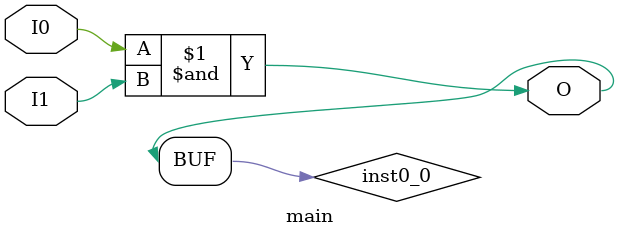
<source format=v>
module main (input  I0, input  I1, output  O);
wire  inst0_0;
and inst0 (inst0_0, I0, I1);
assign O = inst0_0;
endmodule


</source>
